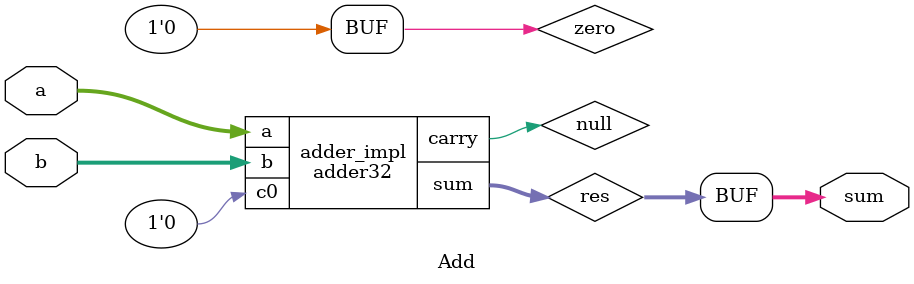
<source format=v>
module Fast4BitAdder(
        input wire[3:0] a,
        input wire[3:0] b,
        input wire c0,
        output wire[3:0] sum,
        output wire carry
    );
    wire[3:0] G = a & b;
    wire[3:0] P = a ^ b;
    wire [3:0] c;
    assign c[0] = c0;
    assign sum = P ^ c;

    assign c[1] = G[0] | (c[0] & P[0]);
    assign c[2] = G[1] | (P[1] & G[0]) | (c[0] & P[0] & P[1]);
    assign c[3] = G[2] | (P[2] & G[1]) | (P[2] & P[1] & G[0]) | (c[0] & P[0] & P[1] & P[2]);
    assign carry = G[3] | (P[3] & G[2]) | (P[3] & P[2] & G[1]) | (P[3] & P[2] & P[1] & G[0]) | (c[0] & P[0] & P[1] & P[2] & P[3]);
endmodule

module adder16(
        input wire[15:0] a,
        input wire[15:0] b,
        input wire c0,
        output wire[15:0] sum,
        output wire carry
    );
    wire[3:1] c;

    Fast4BitAdder SegmentAdder0(a[3:0], b[3:0], c0, sum[3:0], c[1]);
    Fast4BitAdder SegmentAdder1(a[7:4], b[7:4], c[1], sum[7:4], c[2]);
    Fast4BitAdder SegmentAdder2(a[11:8], b[11:8], c[2], sum[11:8], c[3]);
    Fast4BitAdder SegmentAdder3(a[15:12], b[15:12], c[3], sum[15:12], carry);
endmodule

module adder32(
        input wire[31:0] a,
        input wire[31:0] b,
        input wire c0,
        output wire[31:0] sum,
        output wire carry
    );
    wire c1;

    adder16 SegmentAdder1(a[15:0], b[15:0], c0, sum[15:0], c1);
    adder16 SegmentAdder2(a[31:16], b[31:16], c1, sum[31:16], carry);
endmodule

module adder(
        input wire[15:0] a,
        input wire[15:0] b,
        output wire[15:0] sum,
        output wire carry
    );
    wire zero = 0;
    adder16 adder_impl(
                .a(a),
                .b(b),
                .c0(zero),
                .sum(sum),
                .carry(carry)
            );
endmodule

module Add(
        input wire[31:0] a,
        input wire[31:0] b,
        output reg[31:0] sum
    );
    wire zero = 0;
    wire [31:0] res;
    adder32 adder_impl(a, b, zero, res, null);
    always @* begin
        sum <= res;
    end
endmodule
</source>
